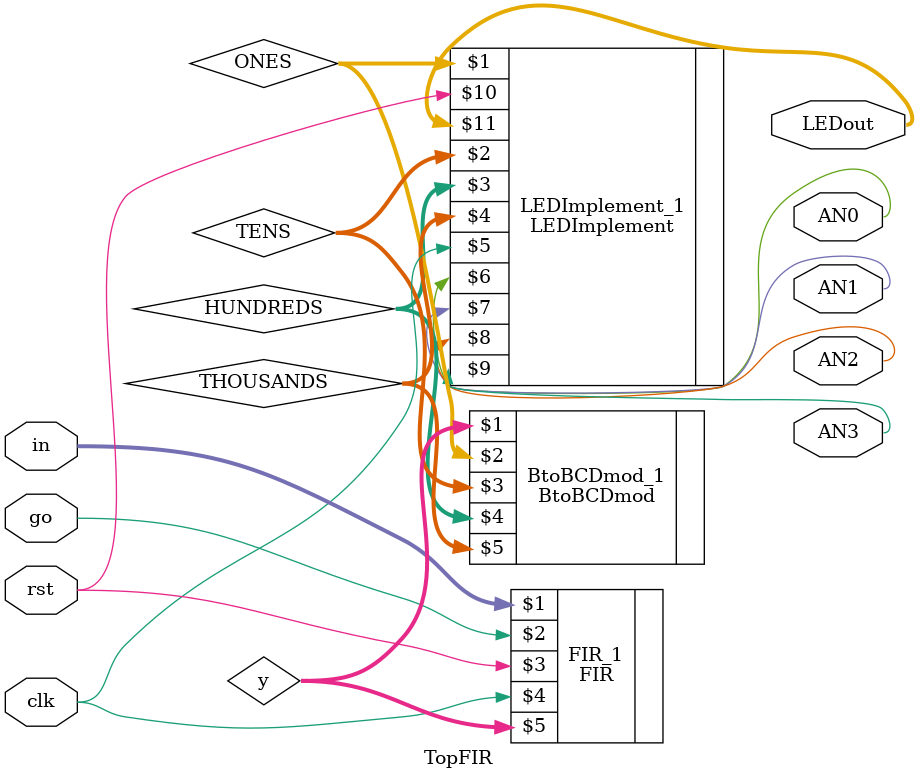
<source format=v>
module TopFIR(in,rst,go,clk,AN0,AN1,AN2,AN3,LEDout);

	input [7:0] in;
	input rst;
	input go;
	input clk;

	output [6:0]LEDout;
	output AN0,AN1,AN2,AN3;
	
	wire [15:0]y;
	wire [7:0] ONES,TENS,HUNDREDS,THOUSANDS;
	
	wire AN0,AN1,AN2,AN3;
	wire [6:0] LEDout;

	FIR FIR_1(in,go,rst,clk,y);
	BtoBCDmod BtoBCDmod_1(y,ONES,TENS,HUNDREDS,THOUSANDS);
	LEDImplement LEDImplement_1(ONES,TENS,HUNDREDS,THOUSANDS,clk,AN0,AN1,AN2,AN3,rst,LEDout);
	
	
endmodule

</source>
